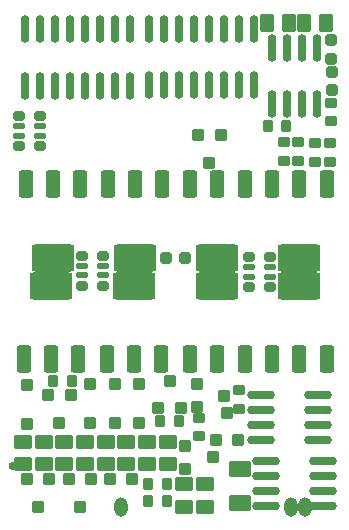
<source format=gts>
G04*
G04 #@! TF.GenerationSoftware,Altium Limited,Altium Designer,20.2.7 (254)*
G04*
G04 Layer_Color=7674933*
%FSLAX25Y25*%
%MOIN*%
G70*
G04*
G04 #@! TF.SameCoordinates,F843C583-EBE9-4D23-8C3A-A0ED9C3F7A7C*
G04*
G04*
G04 #@! TF.FilePolarity,Negative*
G04*
G01*
G75*
G04:AMPARAMS|DCode=33|XSize=38.98mil|YSize=38.98mil|CornerRadius=6.1mil|HoleSize=0mil|Usage=FLASHONLY|Rotation=0.000|XOffset=0mil|YOffset=0mil|HoleType=Round|Shape=RoundedRectangle|*
%AMROUNDEDRECTD33*
21,1,0.03898,0.02677,0,0,0.0*
21,1,0.02677,0.03898,0,0,0.0*
1,1,0.01221,0.01339,-0.01339*
1,1,0.01221,-0.01339,-0.01339*
1,1,0.01221,-0.01339,0.01339*
1,1,0.01221,0.01339,0.01339*
%
%ADD33ROUNDEDRECTD33*%
G04:AMPARAMS|DCode=34|XSize=38.98mil|YSize=38.98mil|CornerRadius=6.1mil|HoleSize=0mil|Usage=FLASHONLY|Rotation=270.000|XOffset=0mil|YOffset=0mil|HoleType=Round|Shape=RoundedRectangle|*
%AMROUNDEDRECTD34*
21,1,0.03898,0.02677,0,0,270.0*
21,1,0.02677,0.03898,0,0,270.0*
1,1,0.01221,-0.01339,-0.01339*
1,1,0.01221,-0.01339,0.01339*
1,1,0.01221,0.01339,0.01339*
1,1,0.01221,0.01339,-0.01339*
%
%ADD34ROUNDEDRECTD34*%
G04:AMPARAMS|DCode=35|XSize=44.88mil|YSize=62.6mil|CornerRadius=6.69mil|HoleSize=0mil|Usage=FLASHONLY|Rotation=180.000|XOffset=0mil|YOffset=0mil|HoleType=Round|Shape=RoundedRectangle|*
%AMROUNDEDRECTD35*
21,1,0.04488,0.04921,0,0,180.0*
21,1,0.03150,0.06260,0,0,180.0*
1,1,0.01339,-0.01575,0.02461*
1,1,0.01339,0.01575,0.02461*
1,1,0.01339,0.01575,-0.02461*
1,1,0.01339,-0.01575,-0.02461*
%
%ADD35ROUNDEDRECTD35*%
G04:AMPARAMS|DCode=36|XSize=33.07mil|YSize=41.73mil|CornerRadius=5.51mil|HoleSize=0mil|Usage=FLASHONLY|Rotation=90.000|XOffset=0mil|YOffset=0mil|HoleType=Round|Shape=RoundedRectangle|*
%AMROUNDEDRECTD36*
21,1,0.03307,0.03071,0,0,90.0*
21,1,0.02205,0.04173,0,0,90.0*
1,1,0.01102,0.01535,0.01102*
1,1,0.01102,0.01535,-0.01102*
1,1,0.01102,-0.01535,-0.01102*
1,1,0.01102,-0.01535,0.01102*
%
%ADD36ROUNDEDRECTD36*%
G04:AMPARAMS|DCode=37|XSize=40.95mil|YSize=42.91mil|CornerRadius=6.3mil|HoleSize=0mil|Usage=FLASHONLY|Rotation=270.000|XOffset=0mil|YOffset=0mil|HoleType=Round|Shape=RoundedRectangle|*
%AMROUNDEDRECTD37*
21,1,0.04095,0.03032,0,0,270.0*
21,1,0.02835,0.04291,0,0,270.0*
1,1,0.01260,-0.01516,-0.01417*
1,1,0.01260,-0.01516,0.01417*
1,1,0.01260,0.01516,0.01417*
1,1,0.01260,0.01516,-0.01417*
%
%ADD37ROUNDEDRECTD37*%
G04:AMPARAMS|DCode=38|XSize=40.95mil|YSize=42.91mil|CornerRadius=6.3mil|HoleSize=0mil|Usage=FLASHONLY|Rotation=270.000|XOffset=0mil|YOffset=0mil|HoleType=Round|Shape=RoundedRectangle|*
%AMROUNDEDRECTD38*
21,1,0.04095,0.03032,0,0,270.0*
21,1,0.02835,0.04291,0,0,270.0*
1,1,0.01260,-0.01516,-0.01417*
1,1,0.01260,-0.01516,0.01417*
1,1,0.01260,0.01516,0.01417*
1,1,0.01260,0.01516,-0.01417*
%
%ADD38ROUNDEDRECTD38*%
G04:AMPARAMS|DCode=39|XSize=40.95mil|YSize=42.91mil|CornerRadius=6.3mil|HoleSize=0mil|Usage=FLASHONLY|Rotation=0.000|XOffset=0mil|YOffset=0mil|HoleType=Round|Shape=RoundedRectangle|*
%AMROUNDEDRECTD39*
21,1,0.04095,0.03032,0,0,0.0*
21,1,0.02835,0.04291,0,0,0.0*
1,1,0.01260,0.01417,-0.01516*
1,1,0.01260,-0.01417,-0.01516*
1,1,0.01260,-0.01417,0.01516*
1,1,0.01260,0.01417,0.01516*
%
%ADD39ROUNDEDRECTD39*%
G04:AMPARAMS|DCode=40|XSize=40.95mil|YSize=42.91mil|CornerRadius=6.3mil|HoleSize=0mil|Usage=FLASHONLY|Rotation=0.000|XOffset=0mil|YOffset=0mil|HoleType=Round|Shape=RoundedRectangle|*
%AMROUNDEDRECTD40*
21,1,0.04095,0.03032,0,0,0.0*
21,1,0.02835,0.04291,0,0,0.0*
1,1,0.01260,0.01417,-0.01516*
1,1,0.01260,-0.01417,-0.01516*
1,1,0.01260,-0.01417,0.01516*
1,1,0.01260,0.01417,0.01516*
%
%ADD40ROUNDEDRECTD40*%
%ADD41O,0.04488X0.06457*%
%ADD42O,0.03701X0.02913*%
G04:AMPARAMS|DCode=43|XSize=76.38mil|YSize=50.79mil|CornerRadius=7.28mil|HoleSize=0mil|Usage=FLASHONLY|Rotation=0.000|XOffset=0mil|YOffset=0mil|HoleType=Round|Shape=RoundedRectangle|*
%AMROUNDEDRECTD43*
21,1,0.07638,0.03622,0,0,0.0*
21,1,0.06181,0.05079,0,0,0.0*
1,1,0.01457,0.03091,-0.01811*
1,1,0.01457,-0.03091,-0.01811*
1,1,0.01457,-0.03091,0.01811*
1,1,0.01457,0.03091,0.01811*
%
%ADD43ROUNDEDRECTD43*%
G04:AMPARAMS|DCode=44|XSize=48.82mil|YSize=90.16mil|CornerRadius=7.09mil|HoleSize=0mil|Usage=FLASHONLY|Rotation=180.000|XOffset=0mil|YOffset=0mil|HoleType=Round|Shape=RoundedRectangle|*
%AMROUNDEDRECTD44*
21,1,0.04882,0.07598,0,0,180.0*
21,1,0.03465,0.09016,0,0,180.0*
1,1,0.01417,-0.01732,0.03799*
1,1,0.01417,0.01732,0.03799*
1,1,0.01417,0.01732,-0.03799*
1,1,0.01417,-0.01732,-0.03799*
%
%ADD44ROUNDEDRECTD44*%
G04:AMPARAMS|DCode=45|XSize=48.82mil|YSize=90.16mil|CornerRadius=7.09mil|HoleSize=0mil|Usage=FLASHONLY|Rotation=180.000|XOffset=0mil|YOffset=0mil|HoleType=Round|Shape=RoundedRectangle|*
%AMROUNDEDRECTD45*
21,1,0.04882,0.07599,0,0,180.0*
21,1,0.03465,0.09016,0,0,180.0*
1,1,0.01417,-0.01732,0.03799*
1,1,0.01417,0.01732,0.03799*
1,1,0.01417,0.01732,-0.03799*
1,1,0.01417,-0.01732,-0.03799*
%
%ADD45ROUNDEDRECTD45*%
G04:AMPARAMS|DCode=46|XSize=143.31mil|YSize=90.16mil|CornerRadius=11.22mil|HoleSize=0mil|Usage=FLASHONLY|Rotation=180.000|XOffset=0mil|YOffset=0mil|HoleType=Round|Shape=RoundedRectangle|*
%AMROUNDEDRECTD46*
21,1,0.14331,0.06772,0,0,180.0*
21,1,0.12087,0.09016,0,0,180.0*
1,1,0.02244,-0.06043,0.03386*
1,1,0.02244,0.06043,0.03386*
1,1,0.02244,0.06043,-0.03386*
1,1,0.02244,-0.06043,-0.03386*
%
%ADD46ROUNDEDRECTD46*%
G04:AMPARAMS|DCode=47|XSize=31.1mil|YSize=37.01mil|CornerRadius=5.32mil|HoleSize=0mil|Usage=FLASHONLY|Rotation=90.000|XOffset=0mil|YOffset=0mil|HoleType=Round|Shape=RoundedRectangle|*
%AMROUNDEDRECTD47*
21,1,0.03110,0.02638,0,0,90.0*
21,1,0.02047,0.03701,0,0,90.0*
1,1,0.01063,0.01319,0.01024*
1,1,0.01063,0.01319,-0.01024*
1,1,0.01063,-0.01319,-0.01024*
1,1,0.01063,-0.01319,0.01024*
%
%ADD47ROUNDEDRECTD47*%
G04:AMPARAMS|DCode=48|XSize=23.23mil|YSize=37.01mil|CornerRadius=4.53mil|HoleSize=0mil|Usage=FLASHONLY|Rotation=90.000|XOffset=0mil|YOffset=0mil|HoleType=Round|Shape=RoundedRectangle|*
%AMROUNDEDRECTD48*
21,1,0.02323,0.02795,0,0,90.0*
21,1,0.01417,0.03701,0,0,90.0*
1,1,0.00906,0.01398,0.00709*
1,1,0.00906,0.01398,-0.00709*
1,1,0.00906,-0.01398,-0.00709*
1,1,0.00906,-0.01398,0.00709*
%
%ADD48ROUNDEDRECTD48*%
%ADD49O,0.02913X0.09213*%
%ADD50O,0.09213X0.02913*%
G04:AMPARAMS|DCode=51|XSize=44.88mil|YSize=62.6mil|CornerRadius=6.69mil|HoleSize=0mil|Usage=FLASHONLY|Rotation=90.000|XOffset=0mil|YOffset=0mil|HoleType=Round|Shape=RoundedRectangle|*
%AMROUNDEDRECTD51*
21,1,0.04488,0.04921,0,0,90.0*
21,1,0.03150,0.06260,0,0,90.0*
1,1,0.01339,0.02461,0.01575*
1,1,0.01339,0.02461,-0.01575*
1,1,0.01339,-0.02461,-0.01575*
1,1,0.01339,-0.02461,0.01575*
%
%ADD51ROUNDEDRECTD51*%
G04:AMPARAMS|DCode=52|XSize=41.34mil|YSize=38.98mil|CornerRadius=6.1mil|HoleSize=0mil|Usage=FLASHONLY|Rotation=90.000|XOffset=0mil|YOffset=0mil|HoleType=Round|Shape=RoundedRectangle|*
%AMROUNDEDRECTD52*
21,1,0.04134,0.02677,0,0,90.0*
21,1,0.02913,0.03898,0,0,90.0*
1,1,0.01221,0.01339,0.01457*
1,1,0.01221,0.01339,-0.01457*
1,1,0.01221,-0.01339,-0.01457*
1,1,0.01221,-0.01339,0.01457*
%
%ADD52ROUNDEDRECTD52*%
G04:AMPARAMS|DCode=53|XSize=33.07mil|YSize=41.73mil|CornerRadius=5.51mil|HoleSize=0mil|Usage=FLASHONLY|Rotation=180.000|XOffset=0mil|YOffset=0mil|HoleType=Round|Shape=RoundedRectangle|*
%AMROUNDEDRECTD53*
21,1,0.03307,0.03071,0,0,180.0*
21,1,0.02205,0.04173,0,0,180.0*
1,1,0.01102,-0.01102,0.01535*
1,1,0.01102,0.01102,0.01535*
1,1,0.01102,0.01102,-0.01535*
1,1,0.01102,-0.01102,-0.01535*
%
%ADD53ROUNDEDRECTD53*%
D33*
X52697Y86417D02*
D03*
X58917D02*
D03*
D34*
X107677Y158917D02*
D03*
Y152697D02*
D03*
X107776Y148386D02*
D03*
Y142165D02*
D03*
D35*
X93602Y164567D02*
D03*
X86122D02*
D03*
X106004D02*
D03*
X98523D02*
D03*
D36*
X91929Y118701D02*
D03*
Y125000D02*
D03*
X96555Y118701D02*
D03*
Y125000D02*
D03*
X76968Y35925D02*
D03*
Y42224D02*
D03*
X63681Y33071D02*
D03*
Y26772D02*
D03*
X107185Y118209D02*
D03*
Y124508D02*
D03*
X107480Y138091D02*
D03*
Y131791D02*
D03*
X102165Y118209D02*
D03*
Y124508D02*
D03*
D37*
X62776Y44094D02*
D03*
X72028Y40354D02*
D03*
X68091Y19783D02*
D03*
X58839Y23524D02*
D03*
D38*
X62776Y36614D02*
D03*
X58839Y16043D02*
D03*
D39*
X69095Y25473D02*
D03*
X72835Y34724D02*
D03*
X70768Y127284D02*
D03*
X67027Y118032D02*
D03*
X27657Y12677D02*
D03*
X23917Y3425D02*
D03*
X9941D02*
D03*
X13681Y12677D02*
D03*
X37500Y3425D02*
D03*
X41240Y12677D02*
D03*
X50000Y36162D02*
D03*
X53740Y45414D02*
D03*
X17028Y31378D02*
D03*
X20768Y40630D02*
D03*
D40*
X76575Y25473D02*
D03*
X63287Y127284D02*
D03*
X20177Y12677D02*
D03*
X6201D02*
D03*
X33760D02*
D03*
X57480Y36162D02*
D03*
X13287Y40630D02*
D03*
D41*
X37506Y3302D02*
D03*
X94101D02*
D03*
X99045D02*
D03*
D42*
X1856Y17067D02*
D03*
D43*
X77165Y15945D02*
D03*
Y4527D02*
D03*
D44*
X78740Y110787D02*
D03*
X60630D02*
D03*
X78740Y52520D02*
D03*
X60630D02*
D03*
X87992D02*
D03*
X106102D02*
D03*
X87992Y110787D02*
D03*
X106102D02*
D03*
X51378D02*
D03*
X33268D02*
D03*
X5906D02*
D03*
X24016D02*
D03*
X32874Y52520D02*
D03*
X50984D02*
D03*
X23228D02*
D03*
X5118D02*
D03*
D45*
X69685Y110787D02*
D03*
X69685Y52520D02*
D03*
X97047D02*
D03*
X97047Y110787D02*
D03*
X42323D02*
D03*
X14961D02*
D03*
X41929Y52520D02*
D03*
X14173D02*
D03*
D46*
X69685Y86378D02*
D03*
X69685Y76929D02*
D03*
X97047D02*
D03*
X97047Y86378D02*
D03*
X42323D02*
D03*
X14961D02*
D03*
X41929Y76929D02*
D03*
X14173D02*
D03*
D47*
X31594Y77028D02*
D03*
X24508D02*
D03*
Y87067D02*
D03*
X31594D02*
D03*
X10630Y123583D02*
D03*
X3543D02*
D03*
Y133622D02*
D03*
X10630D02*
D03*
X87303Y86575D02*
D03*
X80216D02*
D03*
Y76535D02*
D03*
X87303D02*
D03*
D48*
X31594Y80472D02*
D03*
Y83622D02*
D03*
X24508D02*
D03*
Y80472D02*
D03*
X10630Y127028D02*
D03*
Y130177D02*
D03*
X3543D02*
D03*
Y127028D02*
D03*
X80216Y79980D02*
D03*
Y83130D02*
D03*
X87303D02*
D03*
Y79980D02*
D03*
D49*
X5433Y143661D02*
D03*
X10433D02*
D03*
X15433D02*
D03*
X20433D02*
D03*
X25433D02*
D03*
X30433D02*
D03*
X35433D02*
D03*
X40433D02*
D03*
X5433Y162559D02*
D03*
X10433D02*
D03*
X15433D02*
D03*
X20433D02*
D03*
X25433D02*
D03*
X30433D02*
D03*
X35433D02*
D03*
X40433D02*
D03*
X81870Y162756D02*
D03*
X76870D02*
D03*
X71870D02*
D03*
X66870D02*
D03*
X61870D02*
D03*
X56870D02*
D03*
X51870D02*
D03*
X46870D02*
D03*
X81870Y143858D02*
D03*
X76870D02*
D03*
X71870D02*
D03*
X66870D02*
D03*
X61870D02*
D03*
X56870D02*
D03*
X51870D02*
D03*
X46870D02*
D03*
X87775Y137461D02*
D03*
X92775D02*
D03*
X97776D02*
D03*
X102776D02*
D03*
X87775Y156358D02*
D03*
X92775D02*
D03*
X97776D02*
D03*
X102776D02*
D03*
D50*
X86024Y18681D02*
D03*
Y13681D02*
D03*
Y8681D02*
D03*
Y3681D02*
D03*
X104922Y18681D02*
D03*
Y13681D02*
D03*
Y8681D02*
D03*
Y3681D02*
D03*
X103150Y25532D02*
D03*
Y30531D02*
D03*
Y35531D02*
D03*
Y40532D02*
D03*
X84252Y25532D02*
D03*
Y30531D02*
D03*
Y35531D02*
D03*
Y40532D02*
D03*
D51*
X4921Y25059D02*
D03*
Y17579D02*
D03*
X11811D02*
D03*
Y25059D02*
D03*
X18701D02*
D03*
Y17579D02*
D03*
X25591D02*
D03*
Y25059D02*
D03*
X32480D02*
D03*
Y17579D02*
D03*
X39370D02*
D03*
Y25059D02*
D03*
X46260D02*
D03*
Y17579D02*
D03*
X53150D02*
D03*
Y25059D02*
D03*
X65650Y3307D02*
D03*
Y10787D02*
D03*
X58465Y10886D02*
D03*
Y3405D02*
D03*
D52*
X43406Y31358D02*
D03*
Y44350D02*
D03*
X6201Y43957D02*
D03*
Y30965D02*
D03*
X27362Y31358D02*
D03*
Y44350D02*
D03*
X35531D02*
D03*
Y31358D02*
D03*
D53*
X52953Y10984D02*
D03*
X46654D02*
D03*
X46555Y5374D02*
D03*
X52854D02*
D03*
X50492Y31949D02*
D03*
X56791D02*
D03*
X86417Y130118D02*
D03*
X92716D02*
D03*
X21358Y45335D02*
D03*
X15059D02*
D03*
M02*

</source>
